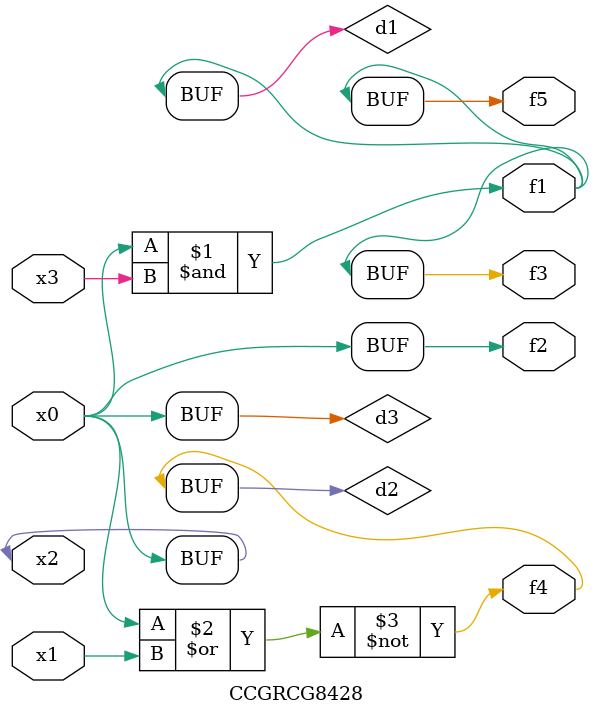
<source format=v>
module CCGRCG8428(
	input x0, x1, x2, x3,
	output f1, f2, f3, f4, f5
);

	wire d1, d2, d3;

	and (d1, x2, x3);
	nor (d2, x0, x1);
	buf (d3, x0, x2);
	assign f1 = d1;
	assign f2 = d3;
	assign f3 = d1;
	assign f4 = d2;
	assign f5 = d1;
endmodule

</source>
